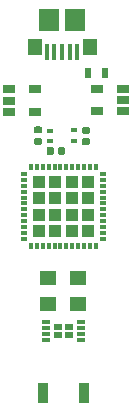
<source format=gbr>
G04 #@! TF.GenerationSoftware,KiCad,Pcbnew,5.0.1-33cea8e~66~ubuntu18.04.1*
G04 #@! TF.CreationDate,2018-10-16T23:10:54+02:00*
G04 #@! TF.ProjectId,TinyFPGA-BX,54696E79465047412D42582E6B696361,rev?*
G04 #@! TF.SameCoordinates,Original*
G04 #@! TF.FileFunction,Paste,Top*
G04 #@! TF.FilePolarity,Positive*
%FSLAX46Y46*%
G04 Gerber Fmt 4.6, Leading zero omitted, Abs format (unit mm)*
G04 Created by KiCad (PCBNEW 5.0.1-33cea8e~66~ubuntu18.04.1) date di 16 okt 2018 23:10:54 CEST*
%MOMM*%
%LPD*%
G01*
G04 APERTURE LIST*
%ADD10R,0.500000X0.900000*%
%ADD11R,0.600000X0.400000*%
%ADD12R,0.300000X0.550000*%
%ADD13R,0.550000X0.300000*%
%ADD14R,1.120000X1.120000*%
%ADD15C,0.100000*%
%ADD16C,0.590000*%
%ADD17R,1.750000X1.900000*%
%ADD18R,0.400000X1.400000*%
%ADD19R,1.150000X1.450000*%
%ADD20R,1.060000X0.650000*%
%ADD21R,0.900000X1.700000*%
%ADD22R,1.400000X1.200000*%
%ADD23R,0.750000X0.300000*%
%ADD24R,0.710000X0.580000*%
G04 APERTURE END LIST*
D10*
G04 #@! TO.C,L1*
X154674000Y-102616000D03*
X153174000Y-102616000D03*
G04 #@! TD*
D11*
G04 #@! TO.C,R9*
X152019000Y-107442000D03*
X152019000Y-108342000D03*
G04 #@! TD*
G04 #@! TO.C,R8*
X149987000Y-107500000D03*
X149987000Y-108400000D03*
G04 #@! TD*
D12*
G04 #@! TO.C,U1*
X153880000Y-110544000D03*
X153380000Y-110544000D03*
X152880000Y-110544000D03*
X152380000Y-110544000D03*
X151880000Y-110544000D03*
X151380000Y-110544000D03*
X150880000Y-110544000D03*
X150380000Y-110544000D03*
X149880000Y-110544000D03*
X149380000Y-110544000D03*
X148880000Y-110544000D03*
X148380000Y-110544000D03*
D13*
X147755000Y-111169000D03*
X147755000Y-111669000D03*
X147755000Y-112169000D03*
X147755000Y-112669000D03*
X147755000Y-113169000D03*
X147755000Y-113669000D03*
X147755000Y-114169000D03*
X147755000Y-114669000D03*
X147755000Y-115169000D03*
X147755000Y-115669000D03*
X147755000Y-116169000D03*
X147755000Y-116669000D03*
D12*
X148380000Y-117294000D03*
X148880000Y-117294000D03*
X149380000Y-117294000D03*
X149880000Y-117294000D03*
X150380000Y-117294000D03*
X150880000Y-117294000D03*
X151380000Y-117294000D03*
X151880000Y-117294000D03*
X152380000Y-117294000D03*
X152880000Y-117294000D03*
X153380000Y-117294000D03*
X153880000Y-117294000D03*
D13*
X154505000Y-116669000D03*
X154505000Y-116169000D03*
X154505000Y-115669000D03*
X154505000Y-115169000D03*
X154505000Y-114669000D03*
X154505000Y-114169000D03*
X154505000Y-113669000D03*
X154505000Y-113169000D03*
X154505000Y-112669000D03*
X154505000Y-112169000D03*
X154505000Y-111669000D03*
X154505000Y-111169000D03*
D14*
X153230000Y-111819000D03*
X151830000Y-111819000D03*
X150430000Y-111819000D03*
X149030000Y-111819000D03*
X153230000Y-113219000D03*
X151830000Y-113219000D03*
X150430000Y-113219000D03*
X149030000Y-113219000D03*
X153230000Y-114619000D03*
X151830000Y-114619000D03*
X150430000Y-114619000D03*
X149030000Y-114619000D03*
X153230000Y-116019000D03*
X151830000Y-116019000D03*
X150430000Y-116019000D03*
X149030000Y-116019000D03*
G04 #@! TD*
D15*
G04 #@! TO.C,C3*
G36*
X151141958Y-108900710D02*
X151156276Y-108902834D01*
X151170317Y-108906351D01*
X151183946Y-108911228D01*
X151197031Y-108917417D01*
X151209447Y-108924858D01*
X151221073Y-108933481D01*
X151231798Y-108943202D01*
X151241519Y-108953927D01*
X151250142Y-108965553D01*
X151257583Y-108977969D01*
X151263772Y-108991054D01*
X151268649Y-109004683D01*
X151272166Y-109018724D01*
X151274290Y-109033042D01*
X151275000Y-109047500D01*
X151275000Y-109392500D01*
X151274290Y-109406958D01*
X151272166Y-109421276D01*
X151268649Y-109435317D01*
X151263772Y-109448946D01*
X151257583Y-109462031D01*
X151250142Y-109474447D01*
X151241519Y-109486073D01*
X151231798Y-109496798D01*
X151221073Y-109506519D01*
X151209447Y-109515142D01*
X151197031Y-109522583D01*
X151183946Y-109528772D01*
X151170317Y-109533649D01*
X151156276Y-109537166D01*
X151141958Y-109539290D01*
X151127500Y-109540000D01*
X150832500Y-109540000D01*
X150818042Y-109539290D01*
X150803724Y-109537166D01*
X150789683Y-109533649D01*
X150776054Y-109528772D01*
X150762969Y-109522583D01*
X150750553Y-109515142D01*
X150738927Y-109506519D01*
X150728202Y-109496798D01*
X150718481Y-109486073D01*
X150709858Y-109474447D01*
X150702417Y-109462031D01*
X150696228Y-109448946D01*
X150691351Y-109435317D01*
X150687834Y-109421276D01*
X150685710Y-109406958D01*
X150685000Y-109392500D01*
X150685000Y-109047500D01*
X150685710Y-109033042D01*
X150687834Y-109018724D01*
X150691351Y-109004683D01*
X150696228Y-108991054D01*
X150702417Y-108977969D01*
X150709858Y-108965553D01*
X150718481Y-108953927D01*
X150728202Y-108943202D01*
X150738927Y-108933481D01*
X150750553Y-108924858D01*
X150762969Y-108917417D01*
X150776054Y-108911228D01*
X150789683Y-108906351D01*
X150803724Y-108902834D01*
X150818042Y-108900710D01*
X150832500Y-108900000D01*
X151127500Y-108900000D01*
X151141958Y-108900710D01*
X151141958Y-108900710D01*
G37*
D16*
X150980000Y-109220000D03*
D15*
G36*
X150171958Y-108900710D02*
X150186276Y-108902834D01*
X150200317Y-108906351D01*
X150213946Y-108911228D01*
X150227031Y-108917417D01*
X150239447Y-108924858D01*
X150251073Y-108933481D01*
X150261798Y-108943202D01*
X150271519Y-108953927D01*
X150280142Y-108965553D01*
X150287583Y-108977969D01*
X150293772Y-108991054D01*
X150298649Y-109004683D01*
X150302166Y-109018724D01*
X150304290Y-109033042D01*
X150305000Y-109047500D01*
X150305000Y-109392500D01*
X150304290Y-109406958D01*
X150302166Y-109421276D01*
X150298649Y-109435317D01*
X150293772Y-109448946D01*
X150287583Y-109462031D01*
X150280142Y-109474447D01*
X150271519Y-109486073D01*
X150261798Y-109496798D01*
X150251073Y-109506519D01*
X150239447Y-109515142D01*
X150227031Y-109522583D01*
X150213946Y-109528772D01*
X150200317Y-109533649D01*
X150186276Y-109537166D01*
X150171958Y-109539290D01*
X150157500Y-109540000D01*
X149862500Y-109540000D01*
X149848042Y-109539290D01*
X149833724Y-109537166D01*
X149819683Y-109533649D01*
X149806054Y-109528772D01*
X149792969Y-109522583D01*
X149780553Y-109515142D01*
X149768927Y-109506519D01*
X149758202Y-109496798D01*
X149748481Y-109486073D01*
X149739858Y-109474447D01*
X149732417Y-109462031D01*
X149726228Y-109448946D01*
X149721351Y-109435317D01*
X149717834Y-109421276D01*
X149715710Y-109406958D01*
X149715000Y-109392500D01*
X149715000Y-109047500D01*
X149715710Y-109033042D01*
X149717834Y-109018724D01*
X149721351Y-109004683D01*
X149726228Y-108991054D01*
X149732417Y-108977969D01*
X149739858Y-108965553D01*
X149748481Y-108953927D01*
X149758202Y-108943202D01*
X149768927Y-108933481D01*
X149780553Y-108924858D01*
X149792969Y-108917417D01*
X149806054Y-108911228D01*
X149819683Y-108906351D01*
X149833724Y-108902834D01*
X149848042Y-108900710D01*
X149862500Y-108900000D01*
X150157500Y-108900000D01*
X150171958Y-108900710D01*
X150171958Y-108900710D01*
G37*
D16*
X150010000Y-109220000D03*
G04 #@! TD*
D15*
G04 #@! TO.C,D1*
G36*
X149157958Y-108117710D02*
X149172276Y-108119834D01*
X149186317Y-108123351D01*
X149199946Y-108128228D01*
X149213031Y-108134417D01*
X149225447Y-108141858D01*
X149237073Y-108150481D01*
X149247798Y-108160202D01*
X149257519Y-108170927D01*
X149266142Y-108182553D01*
X149273583Y-108194969D01*
X149279772Y-108208054D01*
X149284649Y-108221683D01*
X149288166Y-108235724D01*
X149290290Y-108250042D01*
X149291000Y-108264500D01*
X149291000Y-108559500D01*
X149290290Y-108573958D01*
X149288166Y-108588276D01*
X149284649Y-108602317D01*
X149279772Y-108615946D01*
X149273583Y-108629031D01*
X149266142Y-108641447D01*
X149257519Y-108653073D01*
X149247798Y-108663798D01*
X149237073Y-108673519D01*
X149225447Y-108682142D01*
X149213031Y-108689583D01*
X149199946Y-108695772D01*
X149186317Y-108700649D01*
X149172276Y-108704166D01*
X149157958Y-108706290D01*
X149143500Y-108707000D01*
X148798500Y-108707000D01*
X148784042Y-108706290D01*
X148769724Y-108704166D01*
X148755683Y-108700649D01*
X148742054Y-108695772D01*
X148728969Y-108689583D01*
X148716553Y-108682142D01*
X148704927Y-108673519D01*
X148694202Y-108663798D01*
X148684481Y-108653073D01*
X148675858Y-108641447D01*
X148668417Y-108629031D01*
X148662228Y-108615946D01*
X148657351Y-108602317D01*
X148653834Y-108588276D01*
X148651710Y-108573958D01*
X148651000Y-108559500D01*
X148651000Y-108264500D01*
X148651710Y-108250042D01*
X148653834Y-108235724D01*
X148657351Y-108221683D01*
X148662228Y-108208054D01*
X148668417Y-108194969D01*
X148675858Y-108182553D01*
X148684481Y-108170927D01*
X148694202Y-108160202D01*
X148704927Y-108150481D01*
X148716553Y-108141858D01*
X148728969Y-108134417D01*
X148742054Y-108128228D01*
X148755683Y-108123351D01*
X148769724Y-108119834D01*
X148784042Y-108117710D01*
X148798500Y-108117000D01*
X149143500Y-108117000D01*
X149157958Y-108117710D01*
X149157958Y-108117710D01*
G37*
D16*
X148971000Y-108412000D03*
D15*
G36*
X149157958Y-107147710D02*
X149172276Y-107149834D01*
X149186317Y-107153351D01*
X149199946Y-107158228D01*
X149213031Y-107164417D01*
X149225447Y-107171858D01*
X149237073Y-107180481D01*
X149247798Y-107190202D01*
X149257519Y-107200927D01*
X149266142Y-107212553D01*
X149273583Y-107224969D01*
X149279772Y-107238054D01*
X149284649Y-107251683D01*
X149288166Y-107265724D01*
X149290290Y-107280042D01*
X149291000Y-107294500D01*
X149291000Y-107589500D01*
X149290290Y-107603958D01*
X149288166Y-107618276D01*
X149284649Y-107632317D01*
X149279772Y-107645946D01*
X149273583Y-107659031D01*
X149266142Y-107671447D01*
X149257519Y-107683073D01*
X149247798Y-107693798D01*
X149237073Y-107703519D01*
X149225447Y-107712142D01*
X149213031Y-107719583D01*
X149199946Y-107725772D01*
X149186317Y-107730649D01*
X149172276Y-107734166D01*
X149157958Y-107736290D01*
X149143500Y-107737000D01*
X148798500Y-107737000D01*
X148784042Y-107736290D01*
X148769724Y-107734166D01*
X148755683Y-107730649D01*
X148742054Y-107725772D01*
X148728969Y-107719583D01*
X148716553Y-107712142D01*
X148704927Y-107703519D01*
X148694202Y-107693798D01*
X148684481Y-107683073D01*
X148675858Y-107671447D01*
X148668417Y-107659031D01*
X148662228Y-107645946D01*
X148657351Y-107632317D01*
X148653834Y-107618276D01*
X148651710Y-107603958D01*
X148651000Y-107589500D01*
X148651000Y-107294500D01*
X148651710Y-107280042D01*
X148653834Y-107265724D01*
X148657351Y-107251683D01*
X148662228Y-107238054D01*
X148668417Y-107224969D01*
X148675858Y-107212553D01*
X148684481Y-107200927D01*
X148694202Y-107190202D01*
X148704927Y-107180481D01*
X148716553Y-107171858D01*
X148728969Y-107164417D01*
X148742054Y-107158228D01*
X148755683Y-107153351D01*
X148769724Y-107149834D01*
X148784042Y-107147710D01*
X148798500Y-107147000D01*
X149143500Y-107147000D01*
X149157958Y-107147710D01*
X149157958Y-107147710D01*
G37*
D16*
X148971000Y-107442000D03*
G04 #@! TD*
D15*
G04 #@! TO.C,D2*
G36*
X153221958Y-107170710D02*
X153236276Y-107172834D01*
X153250317Y-107176351D01*
X153263946Y-107181228D01*
X153277031Y-107187417D01*
X153289447Y-107194858D01*
X153301073Y-107203481D01*
X153311798Y-107213202D01*
X153321519Y-107223927D01*
X153330142Y-107235553D01*
X153337583Y-107247969D01*
X153343772Y-107261054D01*
X153348649Y-107274683D01*
X153352166Y-107288724D01*
X153354290Y-107303042D01*
X153355000Y-107317500D01*
X153355000Y-107612500D01*
X153354290Y-107626958D01*
X153352166Y-107641276D01*
X153348649Y-107655317D01*
X153343772Y-107668946D01*
X153337583Y-107682031D01*
X153330142Y-107694447D01*
X153321519Y-107706073D01*
X153311798Y-107716798D01*
X153301073Y-107726519D01*
X153289447Y-107735142D01*
X153277031Y-107742583D01*
X153263946Y-107748772D01*
X153250317Y-107753649D01*
X153236276Y-107757166D01*
X153221958Y-107759290D01*
X153207500Y-107760000D01*
X152862500Y-107760000D01*
X152848042Y-107759290D01*
X152833724Y-107757166D01*
X152819683Y-107753649D01*
X152806054Y-107748772D01*
X152792969Y-107742583D01*
X152780553Y-107735142D01*
X152768927Y-107726519D01*
X152758202Y-107716798D01*
X152748481Y-107706073D01*
X152739858Y-107694447D01*
X152732417Y-107682031D01*
X152726228Y-107668946D01*
X152721351Y-107655317D01*
X152717834Y-107641276D01*
X152715710Y-107626958D01*
X152715000Y-107612500D01*
X152715000Y-107317500D01*
X152715710Y-107303042D01*
X152717834Y-107288724D01*
X152721351Y-107274683D01*
X152726228Y-107261054D01*
X152732417Y-107247969D01*
X152739858Y-107235553D01*
X152748481Y-107223927D01*
X152758202Y-107213202D01*
X152768927Y-107203481D01*
X152780553Y-107194858D01*
X152792969Y-107187417D01*
X152806054Y-107181228D01*
X152819683Y-107176351D01*
X152833724Y-107172834D01*
X152848042Y-107170710D01*
X152862500Y-107170000D01*
X153207500Y-107170000D01*
X153221958Y-107170710D01*
X153221958Y-107170710D01*
G37*
D16*
X153035000Y-107465000D03*
D15*
G36*
X153221958Y-108140710D02*
X153236276Y-108142834D01*
X153250317Y-108146351D01*
X153263946Y-108151228D01*
X153277031Y-108157417D01*
X153289447Y-108164858D01*
X153301073Y-108173481D01*
X153311798Y-108183202D01*
X153321519Y-108193927D01*
X153330142Y-108205553D01*
X153337583Y-108217969D01*
X153343772Y-108231054D01*
X153348649Y-108244683D01*
X153352166Y-108258724D01*
X153354290Y-108273042D01*
X153355000Y-108287500D01*
X153355000Y-108582500D01*
X153354290Y-108596958D01*
X153352166Y-108611276D01*
X153348649Y-108625317D01*
X153343772Y-108638946D01*
X153337583Y-108652031D01*
X153330142Y-108664447D01*
X153321519Y-108676073D01*
X153311798Y-108686798D01*
X153301073Y-108696519D01*
X153289447Y-108705142D01*
X153277031Y-108712583D01*
X153263946Y-108718772D01*
X153250317Y-108723649D01*
X153236276Y-108727166D01*
X153221958Y-108729290D01*
X153207500Y-108730000D01*
X152862500Y-108730000D01*
X152848042Y-108729290D01*
X152833724Y-108727166D01*
X152819683Y-108723649D01*
X152806054Y-108718772D01*
X152792969Y-108712583D01*
X152780553Y-108705142D01*
X152768927Y-108696519D01*
X152758202Y-108686798D01*
X152748481Y-108676073D01*
X152739858Y-108664447D01*
X152732417Y-108652031D01*
X152726228Y-108638946D01*
X152721351Y-108625317D01*
X152717834Y-108611276D01*
X152715710Y-108596958D01*
X152715000Y-108582500D01*
X152715000Y-108287500D01*
X152715710Y-108273042D01*
X152717834Y-108258724D01*
X152721351Y-108244683D01*
X152726228Y-108231054D01*
X152732417Y-108217969D01*
X152739858Y-108205553D01*
X152748481Y-108193927D01*
X152758202Y-108183202D01*
X152768927Y-108173481D01*
X152780553Y-108164858D01*
X152792969Y-108157417D01*
X152806054Y-108151228D01*
X152819683Y-108146351D01*
X152833724Y-108142834D01*
X152848042Y-108140710D01*
X152862500Y-108140000D01*
X153207500Y-108140000D01*
X153221958Y-108140710D01*
X153221958Y-108140710D01*
G37*
D16*
X153035000Y-108435000D03*
G04 #@! TD*
D17*
G04 #@! TO.C,J3*
X149896000Y-98171000D03*
D18*
X151671000Y-100821000D03*
X152321000Y-100821000D03*
X149721000Y-100821000D03*
X150371000Y-100821000D03*
X151021000Y-100821000D03*
D17*
X152146000Y-98171000D03*
D19*
X148701000Y-100401000D03*
X153341000Y-100401000D03*
G04 #@! TD*
D20*
G04 #@! TO.C,U2*
X154010000Y-105852000D03*
X154010000Y-103952000D03*
X156210000Y-103952000D03*
X156210000Y-104902000D03*
X156210000Y-105852000D03*
G04 #@! TD*
G04 #@! TO.C,U4*
X146558000Y-104013000D03*
X146558000Y-104963000D03*
X146558000Y-105913000D03*
X148758000Y-105913000D03*
X148758000Y-104013000D03*
G04 #@! TD*
D21*
G04 #@! TO.C,SW1*
X149430000Y-129723100D03*
X152830000Y-129723100D03*
G04 #@! TD*
D22*
G04 #@! TO.C,U3*
X149860000Y-122174000D03*
X152400000Y-122174000D03*
X152400000Y-119974000D03*
X149860000Y-119974000D03*
G04 #@! TD*
D23*
G04 #@! TO.C,U5*
X152580000Y-125210000D03*
X152580000Y-124710000D03*
X152580000Y-124210000D03*
X152580000Y-123710000D03*
X149680000Y-123710000D03*
X149680000Y-124210000D03*
X149680000Y-124710000D03*
X149680000Y-125210000D03*
D24*
X151567500Y-124097500D03*
X150692500Y-124097500D03*
X150692500Y-124822500D03*
X151567500Y-124822500D03*
G04 #@! TD*
M02*

</source>
